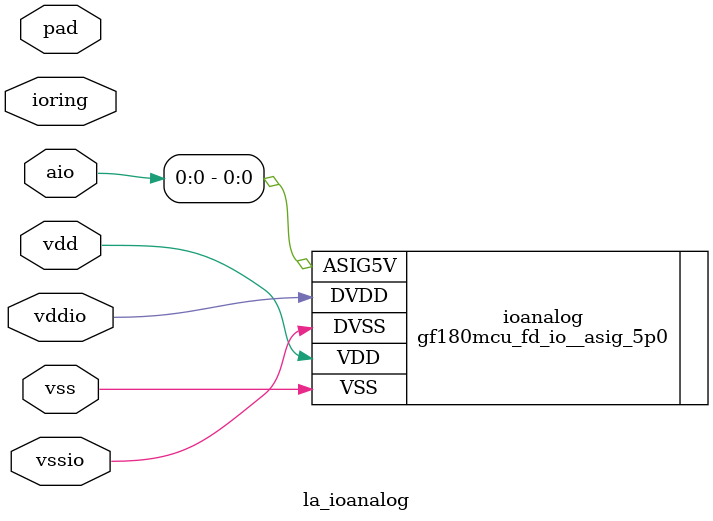
<source format=v>
module la_ioanalog
  #(
    parameter PROP = "DEFAULT", // cell type
    parameter SIDE  = "NO",     // "NO", "SO", "EA", "WE"
    parameter RINGW =  8        // width of io ring
    )
   (// io pad signals
    inout 	pad, // bidirectional pad signal
    inout 	vdd, // core supply
    inout 	vss, // core ground
    inout 	vddio, // io supply
    inout 	vssio, // io ground
    inout [RINGW-1:0] ioring, // generic io-ring interface
    // core interface
    inout [2:0]       aio // analog core signal
    );

   gf180mcu_fd_io__asig_5p0
     ioanalog (.ASIG5V(aio[0]),
	    .DVDD(vddio),
	    .DVSS(vssio),
	    .VDD(vdd),
	    .VSS(vss));

endmodule

</source>
